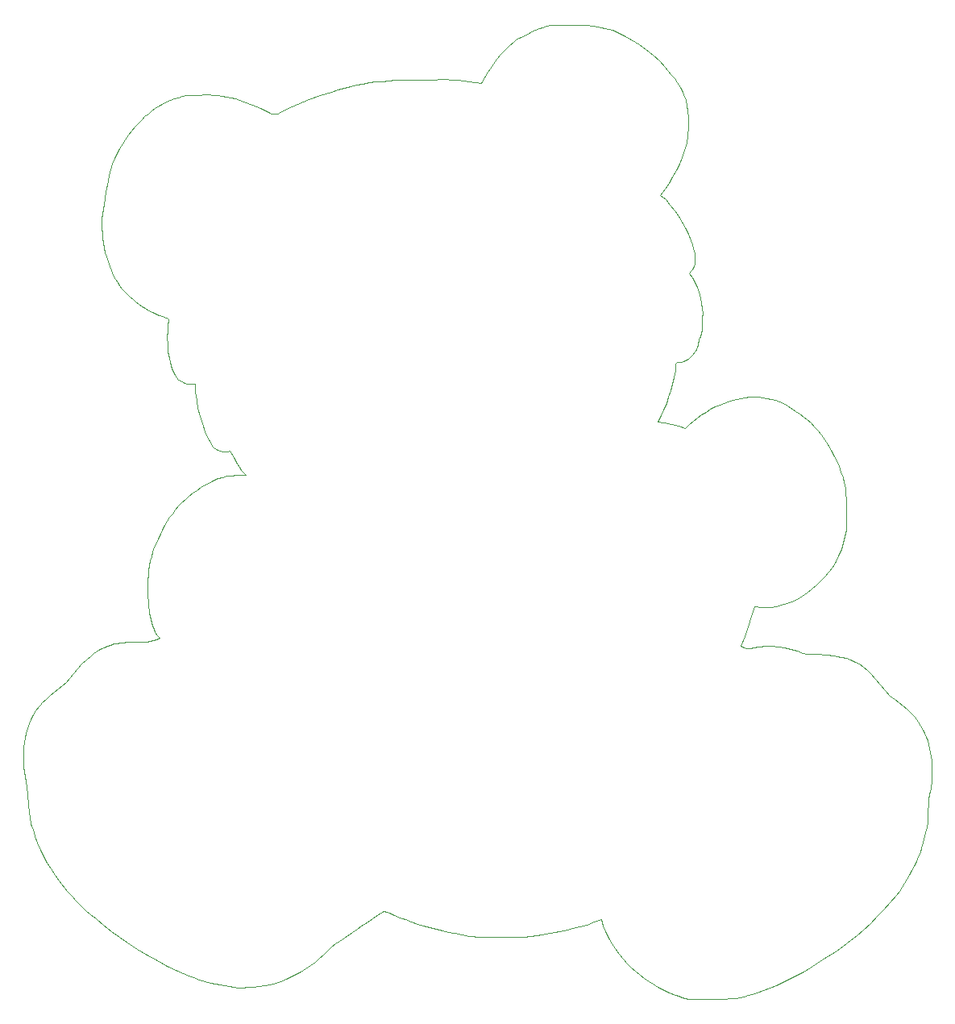
<source format=gbr>
%TF.GenerationSoftware,KiCad,Pcbnew,8.0.1*%
%TF.CreationDate,2024-04-02T10:43:05+02:00*%
%TF.ProjectId,Baerli,42616572-6c69-42e6-9b69-6361645f7063,rev?*%
%TF.SameCoordinates,Original*%
%TF.FileFunction,Profile,NP*%
%FSLAX46Y46*%
G04 Gerber Fmt 4.6, Leading zero omitted, Abs format (unit mm)*
G04 Created by KiCad (PCBNEW 8.0.1) date 2024-04-02 10:43:05*
%MOMM*%
%LPD*%
G01*
G04 APERTURE LIST*
%TA.AperFunction,Profile*%
%ADD10C,0.100000*%
%TD*%
G04 APERTURE END LIST*
D10*
X26748500Y-44660800D02*
X26841000Y-45163500D01*
X88413900Y-56710800D02*
X88568000Y-56560800D01*
X31486200Y-82563000D02*
X31576200Y-83552700D01*
X29204600Y-86626700D02*
X28855800Y-86641300D01*
X88022000Y-34214200D02*
X88127900Y-33403600D01*
X103678100Y-78125100D02*
X103993000Y-77492000D01*
X102174200Y-64825500D02*
X101763900Y-64340900D01*
X86350600Y-60168600D02*
X86541300Y-59482200D01*
X36537600Y-61182900D02*
X36692100Y-62026900D01*
X29382000Y-33362200D02*
X29055000Y-33829300D01*
X88127900Y-33403600D02*
X88231700Y-32592300D01*
X68117000Y-117587200D02*
X69527900Y-117590200D01*
X89661100Y-53840700D02*
X89691400Y-53501400D01*
X88258000Y-32187000D02*
X88254000Y-31782100D01*
X61053400Y-116595200D02*
X61707800Y-116768200D01*
X82227900Y-120789200D02*
X82665800Y-121163200D01*
X111196600Y-93644200D02*
X110766600Y-93266800D01*
X94072700Y-123821200D02*
X94510600Y-123710200D01*
X68106200Y-25370910D02*
X67348000Y-26377900D01*
X58481100Y-115746800D02*
X59116800Y-115981800D01*
X51145700Y-118292200D02*
X51588200Y-117970200D01*
X89120000Y-49347700D02*
X88889100Y-48827700D01*
X88694000Y-63396200D02*
X88273900Y-63762700D01*
X87812800Y-34949200D02*
X88022000Y-34214200D01*
X40754600Y-69089700D02*
X40244300Y-69121100D01*
X28240800Y-48865200D02*
X28478900Y-49188900D01*
X40049400Y-66556000D02*
X40424200Y-67230300D01*
X86891600Y-57349300D02*
X86915900Y-57298000D01*
X44120300Y-30947700D02*
X43267400Y-30549900D01*
X105201500Y-117947200D02*
X105901600Y-117394200D01*
X30171400Y-50900000D02*
X30493100Y-51140900D01*
X36539700Y-70659100D02*
X36133100Y-70957500D01*
X113682600Y-101999200D02*
X113744600Y-101157800D01*
X97451500Y-122619200D02*
X98130900Y-122319200D01*
X113039600Y-96174300D02*
X112839600Y-95797000D01*
X97427300Y-82861300D02*
X97996100Y-82723900D01*
X110766600Y-93266800D02*
X110316600Y-92911400D01*
X113406600Y-103716600D02*
X113449600Y-103136500D01*
X103209100Y-66415700D02*
X102893800Y-65866200D01*
X83024300Y-23827870D02*
X82247300Y-23333560D01*
X79172100Y-116065900D02*
X79274600Y-116392200D01*
X84983000Y-63450500D02*
X85316600Y-62821300D01*
X27574700Y-116948200D02*
X28409100Y-117566200D01*
X96468100Y-61004700D02*
X96015500Y-60932800D01*
X58790900Y-27563900D02*
X57425600Y-27612900D01*
X113364600Y-104884000D02*
X113385600Y-104300100D01*
X100120000Y-121319200D02*
X100764700Y-120953200D01*
X92398600Y-61332500D02*
X91971800Y-61500600D01*
X34126600Y-58203000D02*
X34293100Y-58529600D01*
X34006500Y-73094500D02*
X33710600Y-73502300D01*
X46580800Y-30350000D02*
X46010200Y-30622000D01*
X83770400Y-24368110D02*
X83024300Y-23827870D01*
X94998400Y-83366500D02*
X95129400Y-82831400D01*
X39225400Y-29262900D02*
X38759500Y-29198600D01*
X86876800Y-57793800D02*
X86869400Y-57478200D01*
X31521600Y-79052900D02*
X31470300Y-79551000D01*
X45561300Y-30884900D02*
X45324400Y-31009300D01*
X26627100Y-43647200D02*
X26677000Y-44155100D01*
X74636000Y-117020200D02*
X75095200Y-116938200D01*
X38058500Y-69743100D02*
X37835600Y-69876300D01*
X26728200Y-41102500D02*
X26658900Y-41609500D01*
X89652800Y-51562400D02*
X89572800Y-50997200D01*
X21550900Y-91853300D02*
X21121300Y-92200000D01*
X32208300Y-85595900D02*
X32398800Y-85896300D01*
X111975600Y-94476000D02*
X111601600Y-94046300D01*
X97355100Y-61232700D02*
X96915100Y-61104600D01*
X113770600Y-99451900D02*
X113747600Y-99026500D01*
X89696300Y-52811400D02*
X89693400Y-52467200D01*
X44717100Y-31176600D02*
X44595600Y-31170200D01*
X85287600Y-39647800D02*
X85723400Y-39021500D01*
X32055700Y-85275300D02*
X32208300Y-85595900D01*
X86869400Y-57478200D02*
X86891600Y-57349300D01*
X86707900Y-58791000D02*
X86851900Y-58096900D01*
X87549200Y-42472900D02*
X87171100Y-41852100D01*
X113650600Y-98184000D02*
X113574600Y-97769000D01*
X33607200Y-52973700D02*
X33533700Y-53155600D01*
X50739900Y-28816000D02*
X49530300Y-29192600D01*
X104485600Y-118481200D02*
X105201500Y-117947200D01*
X28746700Y-34308400D02*
X28459000Y-34800400D01*
X21633300Y-111065500D02*
X22056100Y-111696400D01*
X87161500Y-63925400D02*
X86444100Y-63726300D01*
X37426600Y-122221200D02*
X38018100Y-122388200D01*
X52705200Y-28239800D02*
X52044900Y-28407400D01*
X24948000Y-88420400D02*
X24479000Y-88886800D01*
X85316600Y-62821300D02*
X85618700Y-62176300D01*
X105901600Y-117394200D02*
X106583200Y-116818200D01*
X88182400Y-43780300D02*
X87886800Y-43116500D01*
X30606000Y-86619000D02*
X29905700Y-86623400D01*
X27593600Y-47604400D02*
X27797000Y-48072500D01*
X94118300Y-86004100D02*
X94502900Y-84956400D01*
X71635900Y-117488200D02*
X72332900Y-117409200D01*
X40424200Y-67230300D02*
X40817300Y-67894600D01*
X72332900Y-117409200D02*
X72787500Y-117302200D01*
X34662900Y-59035100D02*
X34867700Y-59198800D01*
X24033400Y-89377800D02*
X23191400Y-90382500D01*
X96015500Y-60932800D02*
X95559200Y-60888500D01*
X34651100Y-72320500D02*
X34320200Y-72700300D01*
X76782900Y-116502200D02*
X77558700Y-116273200D01*
X56795500Y-115038900D02*
X57345600Y-115296200D01*
X19242520Y-105962100D02*
X19342720Y-106266400D01*
X34201700Y-29541700D02*
X33779900Y-29703200D01*
X48030600Y-120884200D02*
X48517700Y-120544200D01*
X19563280Y-106996600D02*
X19827720Y-107711000D01*
X41508300Y-29848500D02*
X40605100Y-29567100D01*
X90021600Y-124104200D02*
X90930600Y-124114200D01*
X111658600Y-110571800D02*
X111932600Y-110113400D01*
X37445200Y-64481200D02*
X37798300Y-65259100D01*
X104819200Y-74452700D02*
X104829400Y-74100400D01*
X101065500Y-63602100D02*
X100686600Y-63263400D01*
X54711100Y-27866300D02*
X54038800Y-27970800D01*
X37798300Y-65259100D02*
X37994900Y-65638100D01*
X26823500Y-40598000D02*
X26728200Y-41102500D01*
X79274600Y-116392200D02*
X79521100Y-117027200D01*
X79521100Y-117027200D02*
X79817200Y-117639200D01*
X104677500Y-75494800D02*
X104742200Y-75150100D01*
X18398770Y-99707100D02*
X18449850Y-100219100D01*
X33982600Y-57867900D02*
X34126600Y-58203000D01*
X87886800Y-43116500D02*
X87549200Y-42472900D01*
X87244700Y-57239600D02*
X87466500Y-57203700D01*
X67103600Y-26751000D02*
X66871600Y-27131500D01*
X26849300Y-87167400D02*
X26547600Y-87297500D01*
X45947700Y-122010200D02*
X46486900Y-121766200D01*
X85021100Y-122823200D02*
X85520100Y-123109200D01*
X99884400Y-62636300D02*
X99467300Y-62343500D01*
X32999300Y-52391400D02*
X33291100Y-52516500D01*
X38205200Y-66009800D02*
X38386100Y-66186500D01*
X75996000Y-116689200D02*
X76782900Y-116502200D01*
X113744600Y-101157800D02*
X113778600Y-100306000D01*
X31166100Y-51579000D02*
X31516400Y-51775100D01*
X53370000Y-28094800D02*
X52705200Y-28239800D01*
X88837300Y-56221800D02*
X88951600Y-56036200D01*
X67348000Y-26377900D02*
X67103600Y-26751000D01*
X81802800Y-120401200D02*
X82227900Y-120789200D01*
X39241700Y-69285000D02*
X38756500Y-69429800D01*
X32300200Y-76175700D02*
X32106400Y-76637200D01*
X87182200Y-123793200D02*
X87521900Y-123905200D01*
X70950100Y-22926710D02*
X70662600Y-23065180D01*
X103993000Y-77492000D02*
X104270300Y-76841400D01*
X39801500Y-66597400D02*
X40049400Y-66556000D01*
X36871600Y-29163400D02*
X36413800Y-29147900D01*
X57425600Y-27612900D02*
X56064300Y-27709700D01*
X31800400Y-77584700D02*
X31685000Y-78068800D01*
X28730300Y-49502600D02*
X28994700Y-49805800D01*
X72924000Y-22050310D02*
X72513100Y-22184600D01*
X69865600Y-23570440D02*
X69382300Y-23970470D01*
X86738600Y-27382000D02*
X86386100Y-26949600D01*
X31430000Y-81561000D02*
X31486200Y-82563000D01*
X75826600Y-21791480D02*
X74201700Y-21806010D01*
X103344500Y-87998700D02*
X102905900Y-87934200D01*
X41919500Y-122861200D02*
X42516100Y-122841200D01*
X20145240Y-93170700D02*
X19978940Y-93395600D01*
X25706700Y-87795100D02*
X25445600Y-87991500D01*
X33859600Y-57525000D02*
X33982600Y-57867900D01*
X40605100Y-29567100D02*
X40148400Y-29448600D01*
X28459000Y-34800400D02*
X28194000Y-35306000D01*
X86754300Y-41256600D02*
X86300400Y-40689000D01*
X31831600Y-84594400D02*
X31932800Y-84939700D01*
X36413800Y-29147900D02*
X35960100Y-29166000D01*
X88049100Y-30136400D02*
X87992900Y-29863800D01*
X19157240Y-105654700D02*
X19242520Y-105962100D01*
X113574600Y-97769000D02*
X113476600Y-97359600D01*
X32937200Y-74801400D02*
X32719700Y-75257300D01*
X89701800Y-52128100D02*
X89652800Y-51562400D01*
X27236000Y-38169700D02*
X27025800Y-39385500D01*
X110649600Y-112326600D02*
X110925600Y-111903700D01*
X70386400Y-23219400D02*
X70121000Y-23388210D01*
X112560600Y-108656700D02*
X112719600Y-108151200D01*
X86386100Y-26949600D02*
X85793600Y-26245000D01*
X89302200Y-55009300D02*
X89325000Y-54795300D01*
X86134200Y-60847800D02*
X86350600Y-60168600D01*
X18442090Y-97132800D02*
X18387660Y-97643700D01*
X71715200Y-22519130D02*
X71328400Y-22714900D01*
X112839600Y-95797000D02*
X112610600Y-95430300D01*
X21224400Y-110421900D02*
X21633300Y-111065500D01*
X23191400Y-90382500D02*
X22817200Y-90788600D01*
X18357890Y-98158400D02*
X18351000Y-98675000D01*
X102893800Y-65866200D02*
X102549800Y-65335000D01*
X113103600Y-106605300D02*
X113182600Y-106323900D01*
X89207900Y-55433400D02*
X89263000Y-55222500D01*
X100685800Y-87877100D02*
X100250900Y-87811600D01*
X28165800Y-86723200D02*
X27826400Y-86801200D01*
X25445600Y-87991500D02*
X24948000Y-88420400D01*
X89414800Y-54645200D02*
X89489200Y-54490900D01*
X18387660Y-97643700D02*
X18357890Y-98158400D01*
X24479000Y-88886800D02*
X24033400Y-89377800D01*
X27491700Y-86911000D02*
X27162600Y-87058000D01*
X113182600Y-106323900D02*
X113244600Y-106039700D01*
X33466600Y-120624200D02*
X34568000Y-121148200D01*
X40441100Y-122827200D02*
X40930500Y-122874200D01*
X26547600Y-87297500D02*
X26257100Y-87446500D01*
X52953800Y-117054200D02*
X53407300Y-116745200D01*
X43691700Y-122694200D02*
X44268900Y-122569200D01*
X102270400Y-119992200D02*
X103756600Y-118998200D01*
X31592700Y-78558500D02*
X31521600Y-79052900D01*
X35334300Y-59438800D02*
X35586700Y-59508800D01*
X88894400Y-45993000D02*
X88860400Y-45763200D01*
X88088900Y-30412600D02*
X88049100Y-30136400D01*
X62366200Y-116924200D02*
X63028400Y-117063200D01*
X32568600Y-30323600D02*
X32185300Y-30570100D01*
X36363800Y-59481800D02*
X36428800Y-60333100D01*
X33779900Y-29703200D02*
X33366600Y-29888500D01*
X104596500Y-69862000D02*
X104447800Y-69291500D01*
X35586700Y-59508800D02*
X35845600Y-59541400D01*
X61517700Y-27560700D02*
X60156300Y-27550500D01*
X94944400Y-123575200D02*
X95373600Y-123415200D01*
X95373600Y-123415200D02*
X96072300Y-123167200D01*
X85718400Y-63563500D02*
X84983000Y-63450500D01*
X61707800Y-116768200D02*
X62366200Y-116924200D01*
X29725700Y-32906600D02*
X29382000Y-33362200D01*
X33471600Y-54619100D02*
X33488300Y-55359600D01*
X41423100Y-122888200D02*
X41919500Y-122861200D01*
X68931500Y-24410130D02*
X68507800Y-24880070D01*
X49530300Y-29192600D02*
X48334400Y-29616800D01*
X44268900Y-122569200D02*
X44837900Y-122413200D01*
X33291100Y-52516500D02*
X33418100Y-52575000D01*
X98554000Y-82544400D02*
X99096600Y-82330800D01*
X36692100Y-62026900D02*
X36893700Y-62860800D01*
X101659600Y-80621200D02*
X102109200Y-80177500D01*
X88860400Y-45763200D02*
X88753400Y-45308600D01*
X88568000Y-56560800D02*
X88709300Y-56397200D01*
X87992900Y-29863800D02*
X87921300Y-29595100D01*
X76641600Y-21804850D02*
X75826600Y-21791480D01*
X34568000Y-121148200D02*
X35127300Y-121391200D01*
X98802500Y-122002200D02*
X99465700Y-121668200D01*
X47529100Y-121202200D02*
X48030600Y-120884200D01*
X32185300Y-30570100D02*
X31813500Y-30833800D01*
X24881000Y-114765400D02*
X25408400Y-115218900D01*
X38756500Y-69429800D02*
X38286600Y-69624900D01*
X95986000Y-82968700D02*
X96274300Y-82978200D01*
X112719600Y-108151200D02*
X112860600Y-107639400D01*
X93186400Y-123981200D02*
X93631100Y-123911200D01*
X79843500Y-22236480D02*
X79452500Y-22135910D01*
X41258100Y-68524900D02*
X41505600Y-68819800D01*
X89691400Y-53501400D02*
X89696300Y-52811400D01*
X79452500Y-22135910D02*
X79058100Y-22051230D01*
X88247400Y-56845800D02*
X88413900Y-56710800D01*
X39954100Y-122757200D02*
X40441100Y-122827200D01*
X88461100Y-47687800D02*
X88600700Y-47504100D01*
X29860300Y-50645500D02*
X30171400Y-50900000D01*
X29271400Y-50097700D02*
X29560100Y-50377800D01*
X22411000Y-91160500D02*
X21984800Y-91511200D01*
X89597500Y-54171600D02*
X89661100Y-53840700D01*
X89693400Y-52467200D02*
X89701800Y-52128100D01*
X19386260Y-94246700D02*
X19146480Y-94697500D01*
X77558700Y-116273200D02*
X78325300Y-116013200D01*
X113324600Y-105464900D02*
X113364600Y-104884000D01*
X27162600Y-87058000D02*
X26849300Y-87167400D01*
X113356600Y-96956600D02*
X113211600Y-96561200D01*
X90541200Y-62153700D02*
X90055600Y-62426900D01*
X111431600Y-111026900D02*
X111658600Y-110571800D01*
X94510600Y-123710200D02*
X94944400Y-123575200D01*
X78260500Y-21924420D02*
X77454000Y-21845720D01*
X94641900Y-60882000D02*
X94184200Y-60919200D01*
X59116800Y-115981800D02*
X59757600Y-116202200D01*
X98130900Y-122319200D02*
X98802500Y-122002200D01*
X30084300Y-32461700D02*
X29725700Y-32906600D01*
X55386400Y-27779800D02*
X54711100Y-27866300D01*
X88212300Y-124065200D02*
X90021600Y-124104200D01*
X48517700Y-120544200D02*
X48989600Y-120184200D01*
X111186600Y-111470700D02*
X111431600Y-111026900D01*
X84048900Y-122203200D02*
X84530500Y-122521200D01*
X104809100Y-72207700D02*
X104798800Y-71615800D01*
X86845500Y-123667200D02*
X87182200Y-123793200D01*
X103776500Y-88116700D02*
X103561500Y-88050100D01*
X103766400Y-67556600D02*
X103498900Y-66980300D01*
X28994700Y-49805800D02*
X29271400Y-50097700D01*
X112379600Y-109153600D02*
X112560600Y-108656700D01*
X42516100Y-122841200D02*
X43107100Y-122785200D01*
X88069000Y-56964200D02*
X88247400Y-56845800D01*
X95413000Y-82896300D02*
X95698700Y-82941700D01*
X54038800Y-27970800D02*
X53370000Y-28094800D01*
X47014300Y-121497200D02*
X47529100Y-121202200D01*
X89325000Y-54795300D02*
X89414800Y-54645200D01*
X39738800Y-69184100D02*
X39241700Y-69285000D01*
X96915100Y-61104600D02*
X96468100Y-61004700D01*
X111932600Y-110113400D02*
X112171600Y-109639900D01*
X21121300Y-92200000D02*
X20708000Y-92564000D01*
X35068200Y-29296400D02*
X34631400Y-29405500D01*
X108037400Y-115413100D02*
X108741400Y-114682900D01*
X104742200Y-75150100D02*
X104789800Y-74802700D01*
X32309400Y-86322300D02*
X31977500Y-86435700D01*
X60156300Y-27550500D02*
X58790900Y-27563900D01*
X104789800Y-74802700D02*
X104819200Y-74452700D01*
X87253200Y-36369300D02*
X87554700Y-35667500D01*
X112313600Y-94936400D02*
X111975600Y-94476000D01*
X22817200Y-90788600D02*
X22411000Y-91160500D01*
X33490400Y-53882000D02*
X33471600Y-54619100D01*
X102109200Y-80177500D02*
X102537400Y-79712700D01*
X98333100Y-87181600D02*
X97669900Y-87073100D01*
X19663150Y-93812100D02*
X19386260Y-94246700D01*
X58191600Y-115663400D02*
X58481100Y-115746800D01*
X36264000Y-121836200D02*
X36841900Y-122036200D01*
X74201700Y-21806010D02*
X74201700Y-21806010D01*
X109417700Y-113928100D02*
X110056800Y-113144200D01*
X35960100Y-29166000D02*
X35511300Y-29216000D01*
X55651200Y-115241100D02*
X56251800Y-114850800D01*
X106612600Y-89203300D02*
X106188000Y-88917700D01*
X56251800Y-114850800D02*
X56523100Y-114931900D01*
X94989800Y-87181800D02*
X94824900Y-87230500D01*
X29253700Y-118166200D02*
X30281700Y-118821200D01*
X69527900Y-117590200D02*
X70232600Y-117575200D01*
X26595300Y-42627900D02*
X26599700Y-43137900D01*
X108741400Y-114682900D02*
X109417700Y-113928100D01*
X48334400Y-29616800D02*
X47158900Y-30092100D01*
X66871600Y-27131500D02*
X66432200Y-27907600D01*
X31743800Y-84244700D02*
X31831600Y-84594400D01*
X70121000Y-23388210D02*
X69865600Y-23570440D01*
X88231700Y-32592300D02*
X88258000Y-32187000D01*
X85811000Y-40151900D02*
X85287600Y-39647800D01*
X91971800Y-61500600D02*
X91556200Y-61694100D01*
X92738900Y-124034200D02*
X93186400Y-123981200D01*
X26841000Y-45163500D02*
X26953800Y-45662400D01*
X27797000Y-48072500D02*
X28016500Y-48532100D01*
X38985100Y-122573200D02*
X39954100Y-122757200D01*
X31977500Y-86435700D02*
X31640300Y-86516700D01*
X38759500Y-29198600D02*
X38291000Y-29155100D01*
X94824900Y-87230500D02*
X94662300Y-87255200D01*
X89572800Y-50997200D02*
X89459100Y-50436800D01*
X52040000Y-117661200D02*
X52953800Y-117054200D01*
X95698700Y-82941700D02*
X95986000Y-82968700D01*
X44837900Y-122413200D02*
X45397800Y-122226200D01*
X41029900Y-68215500D02*
X41258100Y-68524900D01*
X111601600Y-94046300D02*
X111196600Y-93644200D01*
X86951400Y-57257700D02*
X87000200Y-57230000D01*
X88951600Y-56036200D02*
X89051800Y-55841800D01*
X31685000Y-78068800D02*
X31592700Y-78558500D01*
X57345600Y-115296200D02*
X57906200Y-115554800D01*
X74201700Y-21806010D02*
X74201700Y-21806010D01*
X87171100Y-41852100D02*
X86754300Y-41256600D01*
X63980900Y-27618600D02*
X63367100Y-27564500D01*
X18365220Y-99191900D02*
X18398770Y-99707100D01*
X104829400Y-74100400D02*
X104819300Y-73746100D01*
X88434500Y-44461700D02*
X88182400Y-43780300D01*
X107850400Y-90504100D02*
X107374600Y-89886000D01*
X33756300Y-57175400D02*
X33859600Y-57525000D01*
X20468280Y-109094800D02*
X20834400Y-109765200D01*
X35740200Y-71273500D02*
X35361800Y-71606400D01*
X38286600Y-69624900D02*
X38058500Y-69743100D01*
X72513100Y-22184600D02*
X72110200Y-22341620D01*
X105739200Y-88671600D02*
X105270000Y-88466700D01*
X113747600Y-99026500D02*
X113707600Y-98603500D01*
X79817200Y-117639200D02*
X80156100Y-118229200D01*
X51389700Y-28598900D02*
X50739900Y-28816000D01*
X88753400Y-45308600D02*
X88606600Y-44870700D01*
X97000600Y-87017500D02*
X96328500Y-87016200D01*
X94662300Y-87255200D02*
X94501700Y-87258500D01*
X26599700Y-43137900D02*
X26627100Y-43647200D01*
X38291000Y-29155100D02*
X37820100Y-29133800D01*
X110925600Y-111903700D02*
X111186600Y-111470700D01*
X26614800Y-42118200D02*
X26595300Y-42627900D01*
X96852000Y-82948700D02*
X97427300Y-82861300D01*
X45082800Y-31108500D02*
X44839000Y-31167200D01*
X106188000Y-88917700D02*
X105739200Y-88671600D01*
X65206500Y-27763000D02*
X63980900Y-27618600D01*
X33521400Y-52641800D02*
X33592800Y-52725000D01*
X89309100Y-49885500D02*
X89120000Y-49347700D01*
X108342500Y-91104700D02*
X107850400Y-90504100D01*
X33624200Y-52832900D02*
X33607200Y-52973700D01*
X33592800Y-52725000D02*
X33624200Y-52832900D01*
X65958500Y-117555200D02*
X66334600Y-117573200D01*
X112171600Y-109639900D02*
X112379600Y-109153600D01*
X93719300Y-87042300D02*
X94118300Y-86004100D01*
X79084500Y-115733700D02*
X79172100Y-116065900D01*
X88209800Y-31378000D02*
X88115500Y-30974900D01*
X113778600Y-100306000D02*
X113770600Y-99451900D01*
X94848200Y-83899000D02*
X94998400Y-83366500D01*
X34320200Y-72700300D02*
X34006500Y-73094500D01*
X89051800Y-55841800D02*
X89137400Y-55640300D01*
X99619700Y-82091200D02*
X100168500Y-81778800D01*
X80935000Y-119351200D02*
X81361200Y-119884200D01*
X107009400Y-89526700D02*
X106612600Y-89203300D01*
X33603500Y-56459800D02*
X33671400Y-56820100D01*
X71328400Y-22714900D02*
X70950100Y-22926710D01*
X19827720Y-107711000D02*
X20131050Y-108410300D01*
X86876000Y-57953700D02*
X86876800Y-57793800D01*
X66709300Y-117560200D02*
X68117000Y-117587200D01*
X32635300Y-86171200D02*
X32309400Y-86322300D01*
X31298800Y-86570700D02*
X30953800Y-86603000D01*
X26257100Y-87446500D02*
X25977000Y-87612900D01*
X99465700Y-121668200D02*
X100120000Y-121319200D01*
X110056800Y-113144200D02*
X110359600Y-112739900D01*
X101187100Y-81039100D02*
X101659600Y-80621200D01*
X18522970Y-96627500D02*
X18442090Y-97132800D01*
X18516710Y-100725900D02*
X18597550Y-101225800D01*
X18597550Y-101225800D02*
X18691600Y-101855400D01*
X31640300Y-86516700D02*
X31298800Y-86570700D01*
X97786300Y-61389200D02*
X97355100Y-61232700D01*
X94029200Y-87165300D02*
X93719300Y-87042300D01*
X45324400Y-31009300D02*
X45082800Y-31108500D01*
X37994900Y-65638100D02*
X38205200Y-66009800D01*
X72787500Y-117302200D02*
X73247200Y-117219200D01*
X22946600Y-112767100D02*
X23408000Y-113288800D01*
X104784000Y-88304800D02*
X104284900Y-88187500D01*
X88111300Y-30692100D02*
X88088900Y-30412600D01*
X60403200Y-116406200D02*
X61053400Y-116595200D01*
X59757600Y-116202200D02*
X60403200Y-116406200D01*
X18632070Y-96129500D02*
X18522970Y-96627500D01*
X89131400Y-63050000D02*
X88694000Y-63396200D01*
X29560100Y-50377800D02*
X29860300Y-50645500D01*
X31453900Y-31112900D02*
X31107200Y-31405900D01*
X99467300Y-62343500D02*
X98615800Y-61788400D01*
X62135900Y-27528300D02*
X61517700Y-27560700D01*
X103561500Y-88050100D02*
X103344500Y-87998700D01*
X33488300Y-55359600D02*
X33551300Y-56095700D01*
X107314900Y-116123400D02*
X108037400Y-115413100D01*
X87064000Y-57216600D02*
X87144900Y-57219200D01*
X56523100Y-114931900D02*
X56795500Y-115038900D01*
X66334600Y-117573200D02*
X66709300Y-117560200D01*
X50305600Y-118995200D02*
X50716700Y-118632200D01*
X34867700Y-59198800D02*
X35093000Y-59334400D01*
X89489200Y-54490900D02*
X89597500Y-54171600D01*
X44474800Y-31146000D02*
X44355100Y-31102100D01*
X96765100Y-122902200D02*
X97451500Y-122619200D01*
X65581500Y-117514200D02*
X65958500Y-117555200D01*
X70935500Y-117541200D02*
X71635900Y-117488200D01*
X33710600Y-73502300D02*
X33433400Y-73923200D01*
X98986600Y-87341800D02*
X98333100Y-87181600D01*
X77454000Y-21845720D02*
X76641600Y-21804850D01*
X32398800Y-85896300D02*
X32635300Y-86171200D01*
X18351000Y-98675000D02*
X18365220Y-99191900D01*
X51588200Y-117970200D02*
X52040000Y-117661200D01*
X46486900Y-121766200D02*
X47014300Y-121497200D01*
X96274300Y-82978200D02*
X96563100Y-82971200D01*
X25408400Y-115218900D02*
X25957300Y-115648300D01*
X49445500Y-119805200D02*
X49884400Y-119408200D01*
X104014400Y-68141400D02*
X103766400Y-67556600D01*
X31576200Y-83552700D02*
X31743800Y-84244700D01*
X91556200Y-61694100D02*
X91041500Y-61908800D01*
X108852300Y-91688200D02*
X108342500Y-91104700D01*
X37820100Y-29133800D02*
X37346900Y-29136100D01*
X113385600Y-104300100D02*
X113406600Y-103716600D01*
X83115800Y-121524200D02*
X83577000Y-121871200D01*
X102945400Y-79231500D02*
X103334600Y-78738700D01*
X94342800Y-87243000D02*
X94029200Y-87165300D01*
X48989600Y-120184200D02*
X49445500Y-119805200D01*
X45397800Y-122226200D02*
X45947700Y-122010200D01*
X97669900Y-87073100D02*
X97000600Y-87017500D01*
X104447800Y-69291500D02*
X104246200Y-68731400D01*
X18758750Y-102490600D02*
X18865650Y-103766600D01*
X96563100Y-82971200D02*
X96852000Y-82948700D01*
X35361800Y-71606400D02*
X34998500Y-71955600D01*
X64448200Y-117313200D02*
X65203900Y-117455200D01*
X88600700Y-47504100D02*
X88712300Y-47309400D01*
X95559200Y-60888500D02*
X95100800Y-60871600D01*
X88913100Y-46222400D02*
X88894400Y-45993000D01*
X82665800Y-121163200D02*
X83115800Y-121524200D01*
X89585500Y-62726300D02*
X89131400Y-63050000D01*
X27715700Y-36393300D02*
X27522500Y-36975100D01*
X27086200Y-46156700D02*
X27237400Y-46645700D01*
X30774200Y-31711000D02*
X30455600Y-32026700D01*
X27953700Y-35825900D02*
X27715700Y-36393300D01*
X88914500Y-46449800D02*
X88913100Y-46222400D01*
X87000200Y-57230000D02*
X87064000Y-57216600D01*
X95129400Y-82831400D02*
X95413000Y-82896300D01*
X53407300Y-116745200D02*
X53852600Y-116426200D01*
X102017100Y-87904200D02*
X101126600Y-87904200D01*
X88115500Y-30974900D02*
X88111300Y-30692100D01*
X35093000Y-59334400D02*
X35334300Y-59438800D01*
X82247300Y-23333560D02*
X81442700Y-22887110D01*
X89459100Y-50436800D02*
X89309100Y-49885500D01*
X86300400Y-40689000D02*
X85811000Y-40151900D01*
X19024790Y-105032400D02*
X19157240Y-105654700D01*
X113534600Y-102563000D02*
X113599600Y-102279700D01*
X109381000Y-92254700D02*
X108852300Y-91688200D01*
X85158100Y-25578630D02*
X84482700Y-24952340D01*
X46010200Y-30622000D02*
X45561300Y-30884900D01*
X103498900Y-66980300D02*
X103209100Y-66415700D01*
X30455600Y-32026700D02*
X30084300Y-32461700D01*
X43267400Y-30549900D02*
X42396200Y-30179800D01*
X36428800Y-60333100D02*
X36537600Y-61182900D01*
X113211600Y-96561200D02*
X113039600Y-96174300D01*
X88273900Y-63762700D02*
X87871600Y-64147800D01*
X113244600Y-106039700D02*
X113324600Y-105464900D01*
X81361200Y-119884200D02*
X81802800Y-120401200D01*
X32106400Y-76637200D02*
X31940300Y-77107100D01*
X28194000Y-35306000D02*
X27953700Y-35825900D01*
X35845600Y-59541400D02*
X36106200Y-59533500D01*
X20708000Y-92564000D02*
X20323180Y-92958200D01*
X91041500Y-61908800D02*
X90541200Y-62153700D01*
X38386100Y-66186500D02*
X38590400Y-66332500D01*
X68507800Y-24880070D02*
X68106200Y-25370910D01*
X113449600Y-103136500D02*
X113534600Y-102563000D01*
X39549400Y-66607100D02*
X39801500Y-66597400D01*
X39050800Y-66532100D02*
X39297600Y-66585300D01*
X37835600Y-69876300D02*
X37391700Y-70117900D01*
X44236800Y-31036600D02*
X44120300Y-30947700D01*
X27826400Y-86801200D02*
X27491700Y-86911000D01*
X28509200Y-86671700D02*
X28165800Y-86723200D01*
X40244300Y-69121100D02*
X39738800Y-69184100D01*
X30281700Y-118821200D02*
X31325200Y-119454200D01*
X33418100Y-52575000D02*
X33521400Y-52641800D01*
X88712300Y-47309400D02*
X88797700Y-47105000D01*
X87835200Y-29330400D02*
X87623300Y-28813800D01*
X88606600Y-44870700D02*
X88434500Y-44461700D01*
X41266300Y-69083700D02*
X40754600Y-69089700D01*
X110359600Y-112739900D02*
X110649600Y-112326600D01*
X93729400Y-60983100D02*
X93279100Y-61073500D01*
X86915900Y-57298000D02*
X86951400Y-57257700D01*
X88897000Y-46673700D02*
X88914500Y-46449800D01*
X85890700Y-61517800D02*
X86134200Y-60847800D01*
X101763900Y-64340900D02*
X101425600Y-63960600D01*
X103756600Y-118998200D02*
X104485600Y-118481200D01*
X19146480Y-94697500D02*
X18942040Y-95162700D01*
X70232600Y-117575200D02*
X70935500Y-117541200D01*
X30824800Y-51367400D02*
X31166100Y-51579000D01*
X86179300Y-123389200D02*
X86845500Y-123667200D01*
X87067400Y-27837900D02*
X86738600Y-27382000D01*
X18932030Y-104402100D02*
X19024790Y-105032400D01*
X56064300Y-27709700D02*
X55386400Y-27779800D01*
X36893700Y-62860800D02*
X37144200Y-63680400D01*
X31107200Y-31405900D02*
X30774200Y-31711000D01*
X38018100Y-122388200D02*
X38985100Y-122573200D01*
X32617300Y-52263700D02*
X32999300Y-52391400D01*
X38813500Y-66447800D02*
X39050800Y-66532100D01*
X100168500Y-81778800D02*
X100690500Y-81426600D01*
X78325300Y-116013200D02*
X79084500Y-115733700D01*
X24373200Y-114290700D02*
X24881000Y-114765400D01*
X88889100Y-48827700D02*
X88613900Y-48330000D01*
X29905700Y-86623400D02*
X29204600Y-86626700D01*
X31813500Y-30833800D02*
X31453900Y-31112900D01*
X32523500Y-75723700D02*
X32300200Y-76175700D01*
X104787600Y-73390000D02*
X104809100Y-72207700D01*
X19342720Y-106266400D02*
X19563280Y-106996600D01*
X96328500Y-87016200D02*
X95657100Y-87070500D01*
X37391700Y-70117900D02*
X36959500Y-70379000D01*
X89263000Y-55222500D02*
X89302200Y-55009300D01*
X86542000Y-37725600D02*
X86913800Y-37055200D01*
X112610600Y-95430300D02*
X112313600Y-94936400D01*
X104270300Y-76841400D02*
X104501500Y-76175000D01*
X47158900Y-30092100D02*
X46580800Y-30350000D01*
X86913800Y-37055200D02*
X87253200Y-36369300D01*
X21984800Y-91511200D02*
X21550900Y-91853300D01*
X32242500Y-52118100D02*
X32617300Y-52263700D01*
X80156100Y-118229200D02*
X80531000Y-118800200D01*
X18865650Y-103766600D02*
X18932030Y-104402100D01*
X31932800Y-84939700D02*
X32055700Y-85275300D01*
X99627000Y-87552200D02*
X98986600Y-87341800D01*
X98207100Y-61574300D02*
X97786300Y-61389200D01*
X88709300Y-56397200D02*
X88837300Y-56221800D01*
X87623300Y-28813800D02*
X87364800Y-28315700D01*
X90055600Y-62426900D02*
X89585500Y-62726300D01*
X88858700Y-46892600D02*
X88897000Y-46673700D01*
X57906200Y-115554800D02*
X58191600Y-115663400D01*
X88291600Y-47858700D02*
X88461100Y-47687800D01*
X87879100Y-57064400D02*
X88069000Y-56964200D01*
X94184200Y-60919200D02*
X93729400Y-60983100D01*
X52044900Y-28407400D02*
X51389700Y-28598900D01*
X79058100Y-22051230D02*
X78260500Y-21924420D01*
X98615800Y-61788400D02*
X98207100Y-61574300D01*
X87554700Y-35667500D02*
X87812800Y-34949200D01*
X84530500Y-122521200D02*
X85021100Y-122823200D01*
X87144900Y-57219200D02*
X87244700Y-57239600D01*
X37144200Y-63680400D02*
X37445200Y-64481200D01*
X23408000Y-113288800D02*
X23882900Y-113797600D01*
X25957300Y-115648300D02*
X26755700Y-116310200D01*
X88613900Y-48330000D02*
X88291600Y-47858700D01*
X28016500Y-48532100D02*
X28240800Y-48865200D01*
X28409100Y-117566200D02*
X29253700Y-118166200D01*
X33533700Y-53155600D02*
X33490400Y-53882000D01*
X27237400Y-46645700D02*
X27406800Y-47128500D01*
X32386200Y-120057200D02*
X33466600Y-120624200D01*
X113476600Y-97359600D02*
X113356600Y-96956600D01*
X20131050Y-108410300D02*
X20468280Y-109094800D01*
X95100800Y-60871600D02*
X94641900Y-60882000D01*
X93279100Y-61073500D02*
X92834900Y-61190000D01*
X95657100Y-87070500D02*
X94989800Y-87181800D01*
X89137400Y-55640300D02*
X89207900Y-55433400D01*
X87871600Y-64147800D02*
X87161500Y-63925400D01*
X96072300Y-123167200D02*
X96765100Y-122902200D01*
X26953800Y-45662400D02*
X27086200Y-46156700D01*
X70662600Y-23065180D02*
X70386400Y-23219400D01*
X44595600Y-31170200D02*
X44474800Y-31146000D01*
X26755700Y-116310200D02*
X27574700Y-116948200D01*
X74201700Y-21806010D02*
X73768400Y-21858780D01*
X33551300Y-56095700D02*
X33603500Y-56459800D01*
X101126600Y-87904200D02*
X100685800Y-87877100D01*
X63693900Y-117185200D02*
X64448200Y-117313200D01*
X34483400Y-58846600D02*
X34662900Y-59035100D01*
X112860600Y-107639400D02*
X113103600Y-106605300D01*
X100690500Y-81426600D02*
X101187100Y-81039100D01*
X104819300Y-73746100D02*
X104787600Y-73390000D01*
X80613400Y-22490480D02*
X80230600Y-22354250D01*
X54461600Y-116044000D02*
X55057800Y-115643900D01*
X41775900Y-69097000D02*
X41266300Y-69083700D01*
X87364800Y-28315700D02*
X87067400Y-27837900D01*
X36841900Y-122036200D02*
X37426600Y-122221200D01*
X18942040Y-95162700D02*
X18771160Y-95640700D01*
X26658900Y-41609500D02*
X26614800Y-42118200D01*
X63367100Y-27564500D02*
X62752200Y-27532000D01*
X50716700Y-118632200D02*
X51145700Y-118292200D01*
X31420400Y-80554400D02*
X31430000Y-81561000D01*
X27406800Y-47128500D02*
X27593600Y-47604400D01*
X55057800Y-115643900D02*
X55651200Y-115241100D01*
X26677000Y-44155100D02*
X26748500Y-44660800D01*
X87921300Y-29595100D02*
X87835200Y-29330400D01*
X35692500Y-121621200D02*
X36264000Y-121836200D01*
X28855800Y-86641300D02*
X28509200Y-86671700D01*
X102905900Y-87934200D02*
X102462700Y-87907800D01*
X37346900Y-29136100D02*
X36871600Y-29163400D01*
X94501700Y-87258500D02*
X94342800Y-87243000D01*
X80230600Y-22354250D02*
X79843500Y-22236480D01*
X85520100Y-123109200D02*
X86179300Y-123389200D01*
X69382300Y-23970470D02*
X68931500Y-24410130D01*
X99096600Y-82330800D02*
X99619700Y-82091200D01*
X33175300Y-74356400D02*
X32937200Y-74801400D01*
X102549800Y-65335000D02*
X102174200Y-64825500D01*
X88254000Y-31782100D02*
X88209800Y-31378000D01*
X38590400Y-66332500D02*
X38813500Y-66447800D01*
X110316600Y-92911400D02*
X109853000Y-92575000D01*
X104284900Y-88187500D02*
X103776500Y-88116700D01*
X100291900Y-62942200D02*
X99884400Y-62636300D01*
X87521900Y-123905200D02*
X87865200Y-123997200D01*
X66432200Y-27907600D02*
X65206500Y-27763000D01*
X25977000Y-87612900D02*
X25706700Y-87795100D01*
X101425600Y-63960600D02*
X101065500Y-63602100D01*
X102462700Y-87907800D02*
X102017100Y-87904200D01*
X100686600Y-63263400D02*
X100291900Y-62942200D01*
X20834400Y-109765200D02*
X21224400Y-110421900D01*
X103334600Y-78738700D02*
X103678100Y-78125100D01*
X23882900Y-113797600D02*
X24373200Y-114290700D01*
X39688400Y-29346700D02*
X39225400Y-29262900D01*
X86851900Y-58096900D02*
X86876000Y-57953700D01*
X88797700Y-47105000D02*
X88858700Y-46892600D01*
X104798800Y-71615800D02*
X104764800Y-71026200D01*
X36959500Y-70379000D02*
X36539700Y-70659100D01*
X28478900Y-49188900D02*
X28730300Y-49502600D01*
X86143400Y-38380900D02*
X86542000Y-37725600D01*
X31325200Y-119454200D02*
X32386200Y-120057200D01*
X73342400Y-21940960D02*
X72924000Y-22050310D01*
X31470300Y-79551000D02*
X31437100Y-80051900D01*
X34293100Y-58529600D02*
X34483400Y-58846600D01*
X32962600Y-30095800D02*
X32568600Y-30323600D01*
X93631100Y-123911200D02*
X94072700Y-123821200D01*
X84482700Y-24952340D02*
X83770400Y-24368110D01*
X34998500Y-71955600D02*
X34651100Y-72320500D01*
X113599600Y-102279700D02*
X113682600Y-101999200D01*
X18449850Y-100219100D02*
X18516710Y-100725900D01*
X32719700Y-75257300D02*
X32523500Y-75723700D01*
X31940300Y-77107100D02*
X31800400Y-77584700D01*
X39297600Y-66585300D02*
X39549400Y-66607100D01*
X74173500Y-117088200D02*
X74636000Y-117020200D01*
X86541300Y-59482200D02*
X86707900Y-58791000D01*
X33671400Y-56820100D02*
X33756300Y-57175400D01*
X102537400Y-79712700D02*
X102945400Y-79231500D01*
X80531000Y-118800200D02*
X80935000Y-119351200D01*
X49884400Y-119408200D02*
X50305600Y-118995200D01*
X85723400Y-39021500D02*
X86143400Y-38380900D01*
X30953800Y-86603000D02*
X30606000Y-86619000D01*
X35127300Y-121391200D02*
X35692500Y-121621200D01*
X36106200Y-59533500D02*
X36363800Y-59481800D01*
X43107100Y-122785200D02*
X43691700Y-122694200D01*
X87466500Y-57203700D02*
X87678100Y-57144700D01*
X33366600Y-29888500D02*
X32962600Y-30095800D01*
X20323180Y-92958200D02*
X20145240Y-93170700D01*
X75549300Y-116831200D02*
X75996000Y-116689200D01*
X91837500Y-124097200D02*
X92738900Y-124034200D01*
X41505600Y-68819800D02*
X41775900Y-69097000D01*
X83577000Y-121871200D02*
X84048900Y-122203200D01*
X104246200Y-68731400D02*
X104014400Y-68141400D01*
X87865200Y-123997200D02*
X88212300Y-124065200D01*
X63028400Y-117063200D02*
X63693900Y-117185200D01*
X27025800Y-39385500D02*
X26823500Y-40598000D01*
X18691600Y-101855400D02*
X18758750Y-102490600D01*
X106583200Y-116818200D02*
X107314900Y-116123400D01*
X104699800Y-70441000D02*
X104596500Y-69862000D01*
X104596900Y-75836600D02*
X104677500Y-75494800D01*
X94502900Y-84956400D02*
X94848200Y-83899000D01*
X104501500Y-76175000D02*
X104596900Y-75836600D01*
X30493100Y-51140900D02*
X30824800Y-51367400D01*
X65203900Y-117455200D02*
X65581500Y-117514200D01*
X53852600Y-116426200D02*
X54461600Y-116044000D01*
X33433400Y-73923200D02*
X33175300Y-74356400D01*
X62752200Y-27532000D02*
X62135900Y-27528300D01*
X27522500Y-36975100D02*
X27365400Y-37568200D01*
X44839000Y-31167200D02*
X44717100Y-31176600D01*
X92834900Y-61190000D02*
X92398600Y-61332500D01*
X85793600Y-26245000D02*
X85158100Y-25578630D01*
X31437100Y-80051900D02*
X31420400Y-80554400D01*
X42396200Y-30179800D02*
X41508300Y-29848500D01*
X104764800Y-71026200D02*
X104699800Y-70441000D01*
X22056100Y-111696400D02*
X22946600Y-112767100D01*
X31875400Y-51955000D02*
X32242500Y-52118100D01*
X40817300Y-67894600D02*
X41029900Y-68215500D01*
X36133100Y-70957500D02*
X35740200Y-71273500D01*
X40930500Y-122874200D02*
X41423100Y-122888200D01*
X86444100Y-63726300D02*
X85718400Y-63563500D01*
X73247200Y-117219200D02*
X74173500Y-117088200D01*
X107374600Y-89886000D02*
X107009400Y-89526700D01*
X81442700Y-22887110D02*
X80613400Y-22490480D01*
X40148400Y-29448600D02*
X39688400Y-29346700D01*
X97996100Y-82723900D02*
X98554000Y-82544400D01*
X75095200Y-116938200D02*
X75549300Y-116831200D01*
X18771160Y-95640700D02*
X18632070Y-96129500D01*
X109853000Y-92575000D02*
X109381000Y-92254700D01*
X19978940Y-93395600D02*
X19663150Y-93812100D01*
X90930600Y-124114200D02*
X91837500Y-124097200D01*
X87678100Y-57144700D02*
X87879100Y-57064400D01*
X100764700Y-120953200D02*
X102270400Y-119992200D01*
X44355100Y-31102100D02*
X44236800Y-31036600D01*
X35511300Y-29216000D02*
X35068200Y-29296400D01*
X100250900Y-87811600D02*
X99627000Y-87552200D01*
X31516400Y-51775100D02*
X31875400Y-51955000D01*
X113707600Y-98603500D02*
X113650600Y-98184000D01*
X27365400Y-37568200D02*
X27236000Y-38169700D01*
X72110200Y-22341620D02*
X71715200Y-22519130D01*
X85618700Y-62176300D02*
X85890700Y-61517800D01*
X105270000Y-88466700D02*
X104784000Y-88304800D01*
X29055000Y-33829300D02*
X28746700Y-34308400D01*
X34631400Y-29405500D02*
X34201700Y-29541700D01*
X73768400Y-21858780D02*
X73342400Y-21940960D01*
M02*

</source>
